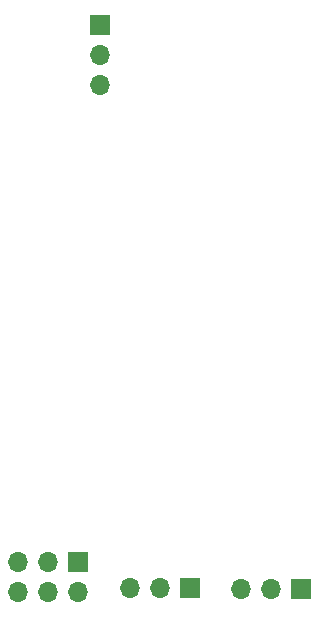
<source format=gbr>
G04 #@! TF.FileFunction,Soldermask,Bot*
%FSLAX46Y46*%
G04 Gerber Fmt 4.6, Leading zero omitted, Abs format (unit mm)*
G04 Created by KiCad (PCBNEW 4.0.7) date 04/10/18 01:59:35*
%MOMM*%
%LPD*%
G01*
G04 APERTURE LIST*
%ADD10C,0.100000*%
%ADD11R,1.700000X1.700000*%
%ADD12O,1.700000X1.700000*%
G04 APERTURE END LIST*
D10*
D11*
X108084932Y-92917346D03*
D12*
X108084932Y-95457346D03*
X108084932Y-97997346D03*
D11*
X115697000Y-140589000D03*
D12*
X113157000Y-140589000D03*
X110617000Y-140589000D03*
D11*
X106172000Y-138430000D03*
D12*
X106172000Y-140970000D03*
X103632000Y-138430000D03*
X103632000Y-140970000D03*
X101092000Y-138430000D03*
X101092000Y-140970000D03*
D11*
X125095000Y-140716000D03*
D12*
X122555000Y-140716000D03*
X120015000Y-140716000D03*
M02*

</source>
